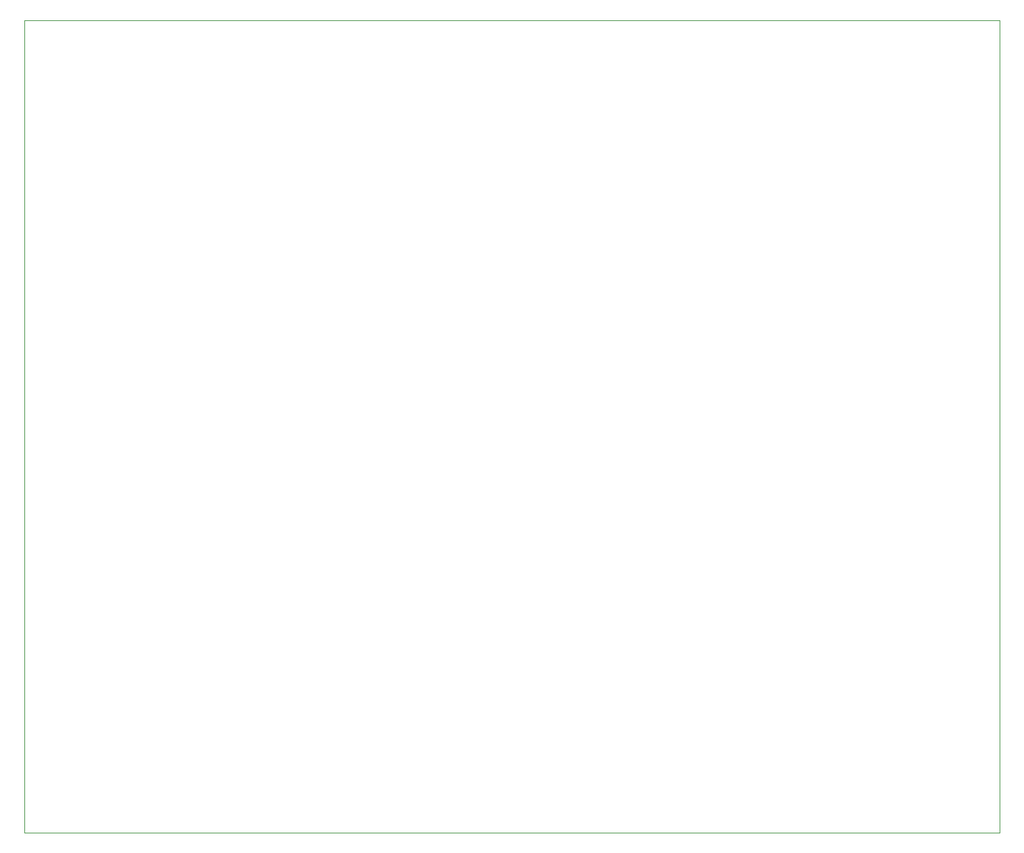
<source format=gbr>
G04*
G04 #@! TF.GenerationSoftware,Altium Limited,Altium Designer,23.7.1 (13)*
G04*
G04 Layer_Color=0*
%FSLAX44Y44*%
%MOMM*%
G71*
G04*
G04 #@! TF.SameCoordinates,0CFD8679-3099-4179-8082-645FB237851B*
G04*
G04*
G04 #@! TF.FilePolarity,Positive*
G04*
G01*
G75*
%ADD57C,0.0254*%
D57*
X254000Y254000D02*
X1473200D01*
Y1270000D01*
X254000D01*
Y254000D01*
M02*

</source>
